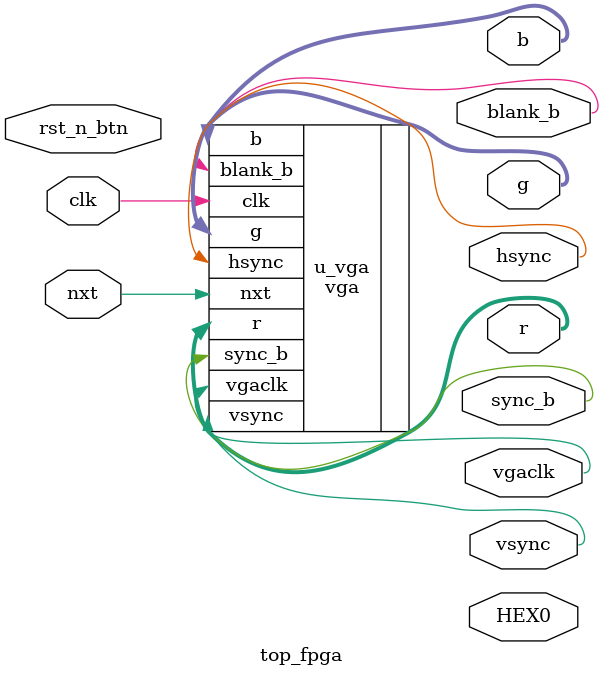
<source format=sv>
module top_fpga (
    input  logic        clk,       // reloj base 50 MHz de la placa
    input  logic        nxt,         
    input  logic        rst_n_btn,   // botón reset del contador 

    // VGA
    output logic        vgaclk,
    output logic        hsync, vsync,
    output logic        sync_b, blank_b,
    output logic [7:0]  r, g, b,

    // Numero pantalla
    output logic [6:0]  HEX0
);
    // ---- Video  ----
    vga u_vga (
        .clk    (clk),
        .nxt    (nxt),
        .vgaclk (vgaclk),
        .hsync  (hsync),
        .vsync  (vsync),
        .sync_b (sync_b),
        .blank_b(blank_b),
        .r      (r),
        .g      (g),
        .b      (b)
    );
endmodule

</source>
